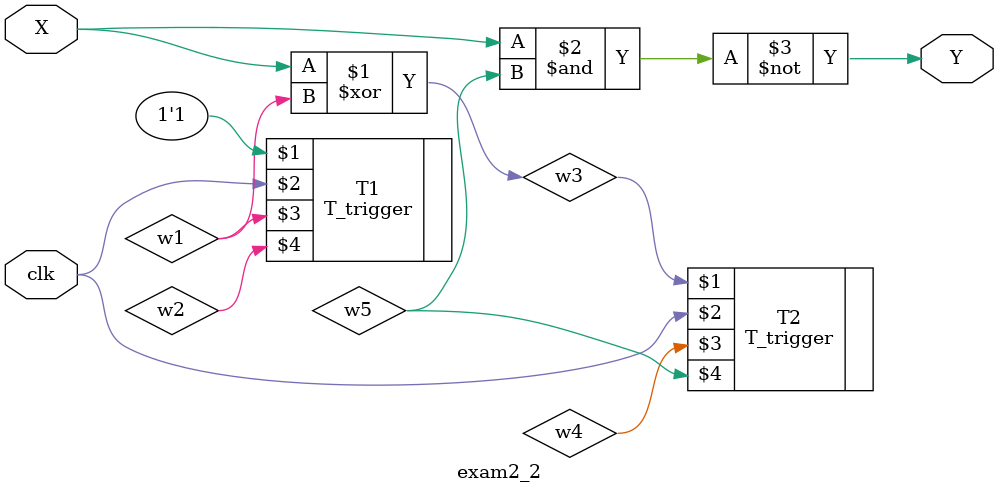
<source format=v>
`timescale 1ns / 1ps


module exam2_2(
    input clk,
    input X,
    output Y
    );
    
    wire w1,w2,w3,w4,w5;

    T_trigger T1(1'b1,clk,w1,w2);
    assign w3=X^w1;
    T_trigger T2(w3,clk,w4,w5);
    assign Y=~(X&w5);
    
endmodule

</source>
